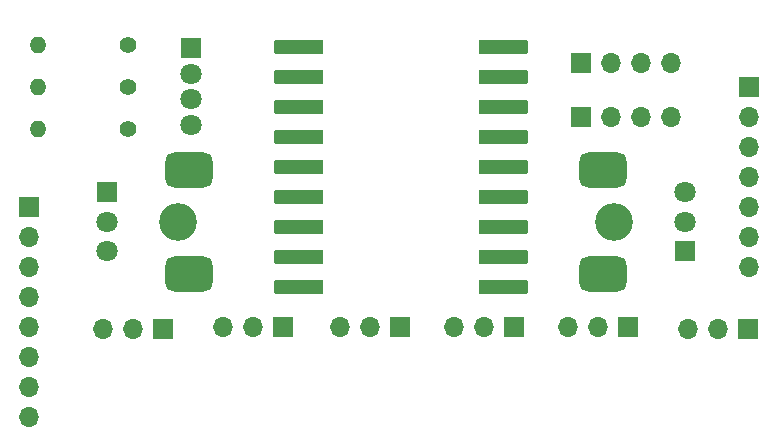
<source format=gbs>
G04 #@! TF.GenerationSoftware,KiCad,Pcbnew,7.0.5-0*
G04 #@! TF.CreationDate,2024-06-20T00:37:07-04:00*
G04 #@! TF.ProjectId,ESP32_MIDI,45535033-325f-44d4-9944-492e6b696361,rev?*
G04 #@! TF.SameCoordinates,Original*
G04 #@! TF.FileFunction,Soldermask,Bot*
G04 #@! TF.FilePolarity,Negative*
%FSLAX46Y46*%
G04 Gerber Fmt 4.6, Leading zero omitted, Abs format (unit mm)*
G04 Created by KiCad (PCBNEW 7.0.5-0) date 2024-06-20 00:37:07*
%MOMM*%
%LPD*%
G01*
G04 APERTURE LIST*
G04 Aperture macros list*
%AMRoundRect*
0 Rectangle with rounded corners*
0 $1 Rounding radius*
0 $2 $3 $4 $5 $6 $7 $8 $9 X,Y pos of 4 corners*
0 Add a 4 corners polygon primitive as box body*
4,1,4,$2,$3,$4,$5,$6,$7,$8,$9,$2,$3,0*
0 Add four circle primitives for the rounded corners*
1,1,$1+$1,$2,$3*
1,1,$1+$1,$4,$5*
1,1,$1+$1,$6,$7*
1,1,$1+$1,$8,$9*
0 Add four rect primitives between the rounded corners*
20,1,$1+$1,$2,$3,$4,$5,0*
20,1,$1+$1,$4,$5,$6,$7,0*
20,1,$1+$1,$6,$7,$8,$9,0*
20,1,$1+$1,$8,$9,$2,$3,0*%
%AMFreePoly0*
4,1,25,0.515063,3.095106,0.530902,3.095106,0.543715,3.085796,0.558779,3.080902,0.568088,3.068088,0.580902,3.058779,0.585796,3.043715,0.595106,3.030902,0.595106,3.015062,0.600000,3.000000,0.600000,-1.000000,-0.600000,-1.000000,-0.600000,3.000000,-0.595106,3.015062,-0.595106,3.030902,-0.585796,3.043715,-0.580902,3.058779,-0.568088,3.068088,-0.558779,3.080902,-0.543715,3.085796,
-0.530902,3.095106,-0.515063,3.095106,-0.500000,3.100000,0.500000,3.100000,0.515063,3.095106,0.515063,3.095106,$1*%
G04 Aperture macros list end*
%ADD10C,3.200000*%
%ADD11R,1.700000X1.700000*%
%ADD12O,1.700000X1.700000*%
%ADD13C,1.400000*%
%ADD14O,1.400000X1.400000*%
%ADD15R,1.800000X1.800000*%
%ADD16C,1.800000*%
%ADD17FreePoly0,270.000000*%
%ADD18FreePoly0,90.000000*%
%ADD19RoundRect,0.750000X1.250000X0.750000X-1.250000X0.750000X-1.250000X-0.750000X1.250000X-0.750000X0*%
%ADD20RoundRect,0.750000X-1.250000X-0.750000X1.250000X-0.750000X1.250000X0.750000X-1.250000X0.750000X0*%
G04 APERTURE END LIST*
D10*
X168950000Y-46500000D03*
X132050000Y-46500000D03*
D11*
X166116000Y-33020000D03*
D12*
X168656000Y-33020000D03*
X171196000Y-33020000D03*
X173736000Y-33020000D03*
D11*
X166116000Y-37670000D03*
D12*
X168656000Y-37670000D03*
X171196000Y-37670000D03*
X173736000Y-37670000D03*
D13*
X127762000Y-31496000D03*
D14*
X120142000Y-31496000D03*
D13*
X127762000Y-35052000D03*
D14*
X120142000Y-35052000D03*
D13*
X127762000Y-38608000D03*
D14*
X120142000Y-38608000D03*
D15*
X133096000Y-31812000D03*
D16*
X133096000Y-33971000D03*
X133096000Y-36130000D03*
X133096000Y-38289000D03*
D11*
X170165000Y-55372000D03*
D12*
X167625000Y-55372000D03*
X165085000Y-55372000D03*
D11*
X119380000Y-45212000D03*
D12*
X119380000Y-47752000D03*
X119380000Y-50292000D03*
X119380000Y-52832000D03*
X119380000Y-55372000D03*
X119380000Y-57912000D03*
X119380000Y-60452000D03*
X119380000Y-62992000D03*
D11*
X180340000Y-35052000D03*
D12*
X180340000Y-37592000D03*
X180340000Y-40132000D03*
X180340000Y-42672000D03*
X180340000Y-45212000D03*
X180340000Y-47752000D03*
X180340000Y-50292000D03*
X125715000Y-55569000D03*
X128255000Y-55569000D03*
D11*
X130795000Y-55569000D03*
D12*
X175245000Y-55569000D03*
X177785000Y-55569000D03*
D11*
X180325000Y-55569000D03*
X160513000Y-55372000D03*
D12*
X157973000Y-55372000D03*
X155433000Y-55372000D03*
D11*
X150861000Y-55372000D03*
D12*
X148321000Y-55372000D03*
X145781000Y-55372000D03*
D11*
X140955000Y-55372000D03*
D12*
X138415000Y-55372000D03*
X135875000Y-55372000D03*
D17*
X158562000Y-31668000D03*
X158562000Y-34208000D03*
X158562000Y-36748000D03*
X158562000Y-39288000D03*
X158562000Y-41828000D03*
X158562000Y-44368000D03*
X158562000Y-46908000D03*
X158562000Y-49448000D03*
X158562000Y-51988000D03*
D18*
X143322000Y-51988000D03*
X143322000Y-49448000D03*
X143322000Y-46908000D03*
X143322000Y-44368000D03*
X143322000Y-41828000D03*
X143322000Y-39288000D03*
X143322000Y-36748000D03*
X143322000Y-34208000D03*
X143322000Y-31668000D03*
D15*
X175000000Y-49000000D03*
D16*
X175000000Y-46500000D03*
X175000000Y-44000000D03*
D19*
X168000000Y-50900000D03*
X168000000Y-42100000D03*
D15*
X126000000Y-44000000D03*
D16*
X126000000Y-46500000D03*
X126000000Y-49000000D03*
D20*
X133000000Y-42100000D03*
X133000000Y-50900000D03*
M02*

</source>
